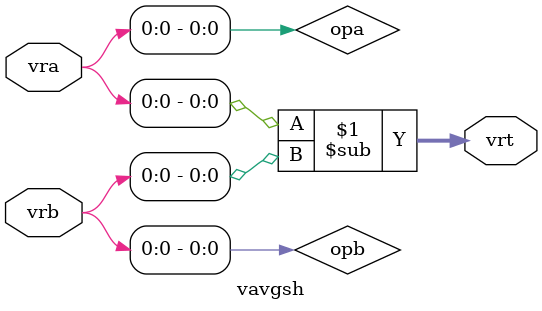
<source format=v>
module vavgsh( vra, vrb, vrt );

input  [31 : 0] vra;
input  [31 : 0] vrb;
output [31 : 0] vrt;

wire   [31 : 0] vrt;

assign opa                  = {vra[31:16], vra[15: 0]};
assign opb                  = {vrb[31:16], vrb[15: 0]};
assign vrt                  = opa - opb;

endmodule

</source>
